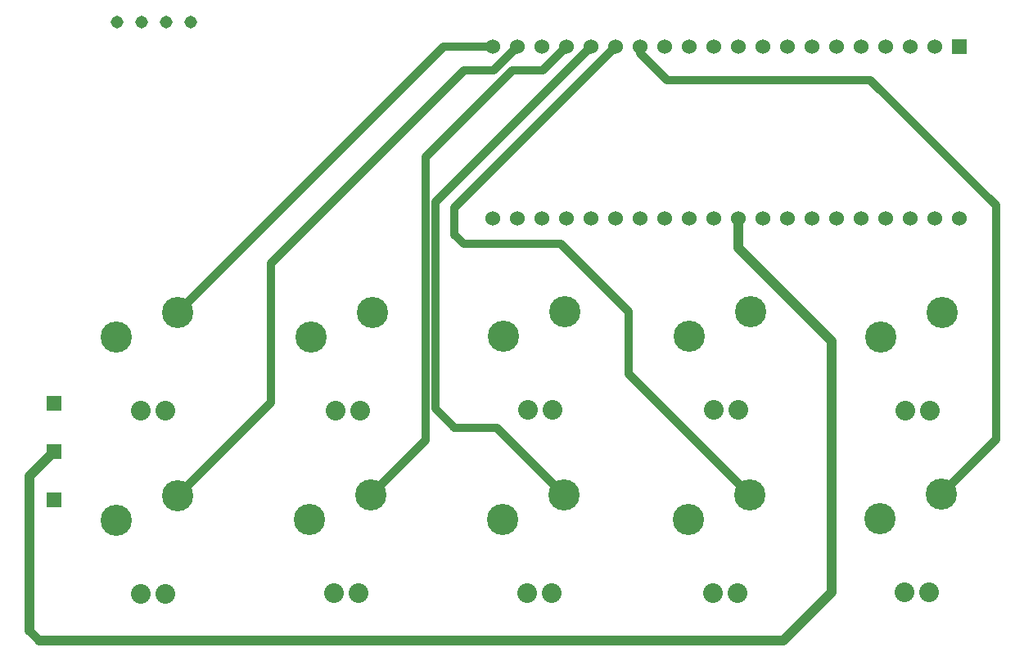
<source format=gbr>
G04 EAGLE Gerber RS-274X export*
G75*
%MOMM*%
%FSLAX34Y34*%
%LPD*%
%INBottom Copper*%
%IPPOS*%
%AMOC8*
5,1,8,0,0,1.08239X$1,22.5*%
G01*
G04 Define Apertures*
%ADD10C,2.032000*%
%ADD11C,3.225800*%
%ADD12R,1.508000X1.508000*%
%ADD13C,1.308000*%
%ADD14C,1.524000*%
%ADD15R,1.524000X1.524000*%
%ADD16C,0.812800*%
%ADD17C,1.016000*%
D10*
X335600Y98207D03*
X361000Y98207D03*
D11*
X310200Y174407D03*
X373700Y199807D03*
D10*
X1125924Y287624D03*
X1151324Y287624D03*
D11*
X1100524Y363824D03*
X1164024Y389224D03*
D10*
X535500Y98800D03*
X560900Y98800D03*
D11*
X510100Y175000D03*
X573600Y200400D03*
D10*
X735300Y98582D03*
X760700Y98582D03*
D11*
X709900Y174782D03*
X773400Y200182D03*
D10*
X927300Y99200D03*
X952700Y99200D03*
D11*
X901900Y175400D03*
X965400Y200800D03*
D10*
X1125600Y100000D03*
X1151000Y100000D03*
D11*
X1100200Y176200D03*
X1163700Y201600D03*
D10*
X536500Y288000D03*
X561900Y288000D03*
D11*
X511100Y364200D03*
X574600Y389600D03*
D10*
X335400Y288000D03*
X360800Y288000D03*
D11*
X310000Y364200D03*
X373500Y389600D03*
D10*
X735386Y288861D03*
X760786Y288861D03*
D11*
X709986Y365061D03*
X773486Y390461D03*
D10*
X927600Y288200D03*
X953000Y288200D03*
D11*
X902200Y364400D03*
X965700Y389800D03*
D12*
X245300Y295000D03*
X245300Y245000D03*
X245300Y195000D03*
D13*
X311000Y690000D03*
X336400Y690000D03*
X361800Y690000D03*
X387200Y690000D03*
D14*
X1156820Y664696D03*
X1131420Y664696D03*
X1106020Y664696D03*
X1080620Y664696D03*
X1055220Y664696D03*
X1029820Y664696D03*
X1004420Y664696D03*
X979020Y664696D03*
X953620Y664696D03*
X928220Y664696D03*
X902820Y664696D03*
X877420Y664696D03*
X852020Y664696D03*
X826620Y664696D03*
X801220Y664696D03*
X775820Y664696D03*
X750420Y664696D03*
X725020Y664696D03*
X699620Y664696D03*
D15*
X1182220Y664696D03*
D14*
X1182220Y486896D03*
X1156820Y486896D03*
X1131420Y486896D03*
X1106020Y486896D03*
X1080620Y486896D03*
X1055220Y486896D03*
X1029820Y486896D03*
X1004420Y486896D03*
X979020Y486896D03*
X953620Y486896D03*
X928220Y486896D03*
X902820Y486896D03*
X877420Y486896D03*
X852020Y486896D03*
X826620Y486896D03*
X801220Y486896D03*
X775820Y486896D03*
X750420Y486896D03*
X725020Y486896D03*
X699620Y486896D03*
D16*
X648596Y664696D02*
X373500Y389600D01*
X648596Y664696D02*
X699620Y664696D01*
X470000Y296107D02*
X373700Y199807D01*
X470000Y296107D02*
X470000Y330000D01*
X470000Y440000D01*
X670000Y640000D01*
X700324Y640000D01*
X725020Y664696D01*
X630000Y256800D02*
X573600Y200400D01*
X630000Y256800D02*
X630000Y550000D01*
X720000Y640000D01*
X751124Y640000D01*
X775820Y664696D01*
X703582Y270000D02*
X773400Y200182D01*
X703582Y270000D02*
X660000Y270000D01*
X640000Y290000D01*
X640000Y503476D01*
X801220Y664696D01*
X840000Y326200D02*
X965400Y200800D01*
X840000Y326200D02*
X840000Y390000D01*
X770000Y460000D01*
X670000Y460000D01*
X660000Y470000D01*
X660000Y498076D01*
X826620Y664696D01*
D17*
X245300Y245000D02*
X220000Y219700D01*
X220000Y60000D01*
D16*
X230000Y50000D01*
D17*
X1000000Y50000D01*
X1050000Y100000D01*
X1050000Y360000D01*
X953620Y456380D01*
X953620Y486896D01*
D16*
X1220000Y257900D02*
X1163700Y201600D01*
X1220000Y257900D02*
X1220000Y500000D01*
X1090000Y630000D01*
X880000Y630000D01*
X852020Y657980D01*
X852020Y664696D01*
M02*

</source>
